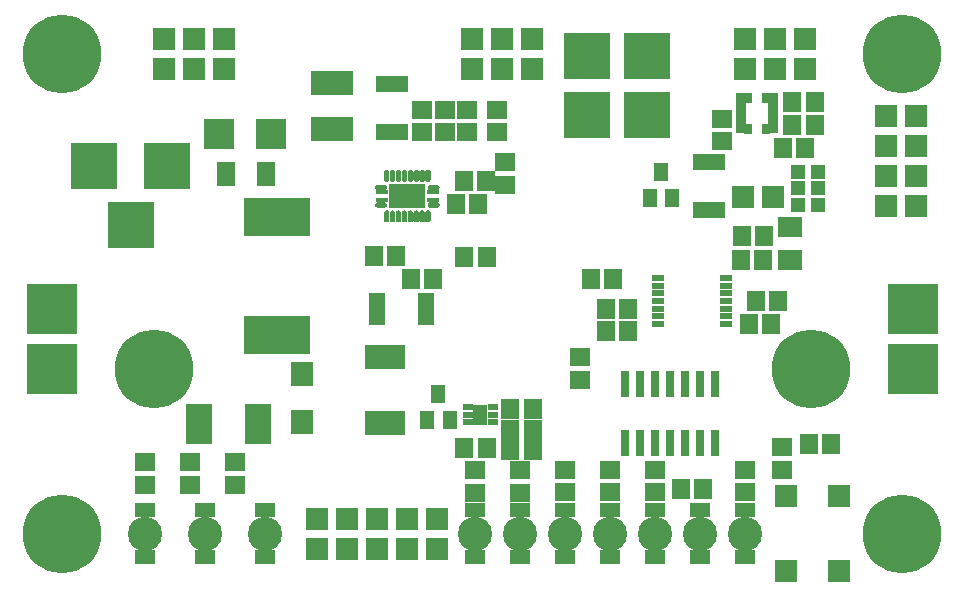
<source format=gbr>
G75*
G70*
%OFA0B0*%
%FSLAX24Y24*%
%IPPOS*%
%LPD*%
%AMOC8*
5,1,8,0,0,1.08239X$1,22.5*
%
%ADD10R,0.0384X0.0128*%
%ADD11R,0.1220X0.0827*%
%ADD12C,0.0055*%
%ADD13R,0.0079X0.0287*%
%ADD14R,0.0287X0.0079*%
%ADD15R,0.0730X0.0730*%
%ADD16R,0.2245X0.1261*%
%ADD17R,0.1655X0.1655*%
%ADD18C,0.2620*%
%ADD19R,0.1582X0.1582*%
%ADD20R,0.1080X0.0580*%
%ADD21R,0.0592X0.0671*%
%ADD22R,0.0671X0.0592*%
%ADD23R,0.1025X0.1025*%
%ADD24R,0.0671X0.0493*%
%ADD25C,0.1143*%
%ADD26R,0.0580X0.1080*%
%ADD27R,0.0434X0.0218*%
%ADD28R,0.0300X0.0860*%
%ADD29R,0.0740X0.0740*%
%ADD30R,0.0790X0.0710*%
%ADD31R,0.0474X0.0631*%
%ADD32R,0.0867X0.1332*%
%ADD33R,0.0356X0.0198*%
%ADD34R,0.0474X0.0710*%
%ADD35R,0.1419X0.0828*%
%ADD36R,0.1580X0.1580*%
%ADD37R,0.0631X0.0789*%
%ADD38R,0.0332X0.1379*%
%ADD39R,0.0281X0.0332*%
%ADD40R,0.0474X0.0513*%
%ADD41R,0.1340X0.0789*%
%ADD42R,0.0749X0.0789*%
D10*
X012804Y018045D03*
X012804Y018281D03*
X014516Y018281D03*
X014516Y018045D03*
D11*
X013660Y018163D03*
D12*
X013617Y018730D02*
X013617Y018954D01*
X013615Y018967D01*
X013611Y018980D01*
X013603Y018990D01*
X013593Y018999D01*
X013582Y019005D01*
X013569Y019009D01*
X013555Y019009D01*
X013542Y019005D01*
X013531Y018999D01*
X013521Y018990D01*
X013513Y018980D01*
X013509Y018967D01*
X013507Y018954D01*
X013506Y018954D02*
X013506Y018730D01*
X013507Y018730D02*
X013509Y018717D01*
X013513Y018704D01*
X013521Y018694D01*
X013531Y018685D01*
X013542Y018679D01*
X013555Y018675D01*
X013569Y018675D01*
X013582Y018679D01*
X013593Y018685D01*
X013603Y018694D01*
X013611Y018704D01*
X013615Y018717D01*
X013617Y018730D01*
X013703Y018730D02*
X013703Y018954D01*
X013705Y018967D01*
X013709Y018980D01*
X013717Y018990D01*
X013727Y018999D01*
X013738Y019005D01*
X013751Y019009D01*
X013765Y019009D01*
X013778Y019005D01*
X013789Y018999D01*
X013799Y018990D01*
X013807Y018980D01*
X013811Y018967D01*
X013813Y018954D01*
X013814Y018954D02*
X013814Y018730D01*
X013813Y018730D02*
X013811Y018717D01*
X013807Y018704D01*
X013799Y018694D01*
X013789Y018685D01*
X013778Y018679D01*
X013765Y018675D01*
X013751Y018675D01*
X013738Y018679D01*
X013727Y018685D01*
X013717Y018694D01*
X013709Y018704D01*
X013705Y018717D01*
X013703Y018730D01*
X013900Y018730D02*
X013900Y018954D01*
X013902Y018967D01*
X013906Y018980D01*
X013914Y018990D01*
X013924Y018999D01*
X013935Y019005D01*
X013948Y019009D01*
X013962Y019009D01*
X013975Y019005D01*
X013986Y018999D01*
X013996Y018990D01*
X014004Y018980D01*
X014008Y018967D01*
X014010Y018954D01*
X014010Y018730D01*
X014008Y018717D01*
X014004Y018704D01*
X013996Y018694D01*
X013986Y018685D01*
X013975Y018679D01*
X013962Y018675D01*
X013948Y018675D01*
X013935Y018679D01*
X013924Y018685D01*
X013914Y018694D01*
X013906Y018704D01*
X013902Y018717D01*
X013900Y018730D01*
X014097Y018730D02*
X014097Y018954D01*
X014099Y018967D01*
X014103Y018980D01*
X014111Y018990D01*
X014121Y018999D01*
X014132Y019005D01*
X014145Y019009D01*
X014159Y019009D01*
X014172Y019005D01*
X014183Y018999D01*
X014193Y018990D01*
X014201Y018980D01*
X014205Y018967D01*
X014207Y018954D01*
X014207Y018730D01*
X014205Y018717D01*
X014201Y018704D01*
X014193Y018694D01*
X014183Y018685D01*
X014172Y018679D01*
X014159Y018675D01*
X014145Y018675D01*
X014132Y018679D01*
X014121Y018685D01*
X014111Y018694D01*
X014103Y018704D01*
X014099Y018717D01*
X014097Y018730D01*
X014294Y018730D02*
X014294Y018954D01*
X014296Y018967D01*
X014300Y018980D01*
X014308Y018990D01*
X014318Y018999D01*
X014329Y019005D01*
X014342Y019009D01*
X014356Y019009D01*
X014369Y019005D01*
X014380Y018999D01*
X014390Y018990D01*
X014398Y018980D01*
X014402Y018967D01*
X014404Y018954D01*
X014404Y018730D01*
X014402Y018717D01*
X014398Y018704D01*
X014390Y018694D01*
X014380Y018685D01*
X014369Y018679D01*
X014356Y018675D01*
X014342Y018675D01*
X014329Y018679D01*
X014318Y018685D01*
X014308Y018694D01*
X014300Y018704D01*
X014296Y018717D01*
X014294Y018730D01*
X014424Y018513D02*
X014648Y018513D01*
X014661Y018511D01*
X014674Y018507D01*
X014684Y018499D01*
X014693Y018489D01*
X014699Y018478D01*
X014703Y018465D01*
X014703Y018451D01*
X014699Y018438D01*
X014693Y018427D01*
X014684Y018417D01*
X014674Y018409D01*
X014661Y018405D01*
X014648Y018403D01*
X014424Y018403D01*
X014411Y018405D01*
X014398Y018409D01*
X014388Y018417D01*
X014379Y018427D01*
X014373Y018438D01*
X014369Y018451D01*
X014369Y018465D01*
X014373Y018478D01*
X014379Y018489D01*
X014388Y018499D01*
X014398Y018507D01*
X014411Y018511D01*
X014424Y018513D01*
X014424Y017923D02*
X014648Y017923D01*
X014661Y017921D01*
X014674Y017917D01*
X014684Y017909D01*
X014693Y017899D01*
X014699Y017888D01*
X014703Y017875D01*
X014703Y017861D01*
X014699Y017848D01*
X014693Y017837D01*
X014684Y017827D01*
X014674Y017819D01*
X014661Y017815D01*
X014648Y017813D01*
X014424Y017813D01*
X014411Y017815D01*
X014398Y017819D01*
X014388Y017827D01*
X014379Y017837D01*
X014373Y017848D01*
X014369Y017861D01*
X014369Y017875D01*
X014373Y017888D01*
X014379Y017899D01*
X014388Y017909D01*
X014398Y017917D01*
X014411Y017921D01*
X014424Y017923D01*
X014404Y017596D02*
X014404Y017372D01*
X014402Y017359D01*
X014398Y017346D01*
X014390Y017336D01*
X014380Y017327D01*
X014369Y017321D01*
X014356Y017317D01*
X014342Y017317D01*
X014329Y017321D01*
X014318Y017327D01*
X014308Y017336D01*
X014300Y017346D01*
X014296Y017359D01*
X014294Y017372D01*
X014294Y017596D01*
X014296Y017609D01*
X014300Y017622D01*
X014308Y017632D01*
X014318Y017641D01*
X014329Y017647D01*
X014342Y017651D01*
X014356Y017651D01*
X014369Y017647D01*
X014380Y017641D01*
X014390Y017632D01*
X014398Y017622D01*
X014402Y017609D01*
X014404Y017596D01*
X014207Y017596D02*
X014207Y017372D01*
X014205Y017359D01*
X014201Y017346D01*
X014193Y017336D01*
X014183Y017327D01*
X014172Y017321D01*
X014159Y017317D01*
X014145Y017317D01*
X014132Y017321D01*
X014121Y017327D01*
X014111Y017336D01*
X014103Y017346D01*
X014099Y017359D01*
X014097Y017372D01*
X014097Y017596D01*
X014099Y017609D01*
X014103Y017622D01*
X014111Y017632D01*
X014121Y017641D01*
X014132Y017647D01*
X014145Y017651D01*
X014159Y017651D01*
X014172Y017647D01*
X014183Y017641D01*
X014193Y017632D01*
X014201Y017622D01*
X014205Y017609D01*
X014207Y017596D01*
X014010Y017596D02*
X014010Y017372D01*
X014008Y017359D01*
X014004Y017346D01*
X013996Y017336D01*
X013986Y017327D01*
X013975Y017321D01*
X013962Y017317D01*
X013948Y017317D01*
X013935Y017321D01*
X013924Y017327D01*
X013914Y017336D01*
X013906Y017346D01*
X013902Y017359D01*
X013900Y017372D01*
X013900Y017596D01*
X013902Y017609D01*
X013906Y017622D01*
X013914Y017632D01*
X013924Y017641D01*
X013935Y017647D01*
X013948Y017651D01*
X013962Y017651D01*
X013975Y017647D01*
X013986Y017641D01*
X013996Y017632D01*
X014004Y017622D01*
X014008Y017609D01*
X014010Y017596D01*
X013814Y017596D02*
X013814Y017372D01*
X013813Y017372D02*
X013811Y017359D01*
X013807Y017346D01*
X013799Y017336D01*
X013789Y017327D01*
X013778Y017321D01*
X013765Y017317D01*
X013751Y017317D01*
X013738Y017321D01*
X013727Y017327D01*
X013717Y017336D01*
X013709Y017346D01*
X013705Y017359D01*
X013703Y017372D01*
X013703Y017596D01*
X013705Y017609D01*
X013709Y017622D01*
X013717Y017632D01*
X013727Y017641D01*
X013738Y017647D01*
X013751Y017651D01*
X013765Y017651D01*
X013778Y017647D01*
X013789Y017641D01*
X013799Y017632D01*
X013807Y017622D01*
X013811Y017609D01*
X013813Y017596D01*
X013617Y017596D02*
X013617Y017372D01*
X013615Y017359D01*
X013611Y017346D01*
X013603Y017336D01*
X013593Y017327D01*
X013582Y017321D01*
X013569Y017317D01*
X013555Y017317D01*
X013542Y017321D01*
X013531Y017327D01*
X013521Y017336D01*
X013513Y017346D01*
X013509Y017359D01*
X013507Y017372D01*
X013506Y017372D02*
X013506Y017596D01*
X013507Y017596D02*
X013509Y017609D01*
X013513Y017622D01*
X013521Y017632D01*
X013531Y017641D01*
X013542Y017647D01*
X013555Y017651D01*
X013569Y017651D01*
X013582Y017647D01*
X013593Y017641D01*
X013603Y017632D01*
X013611Y017622D01*
X013615Y017609D01*
X013617Y017596D01*
X013420Y017596D02*
X013420Y017372D01*
X013418Y017359D01*
X013414Y017346D01*
X013406Y017336D01*
X013396Y017327D01*
X013385Y017321D01*
X013372Y017317D01*
X013358Y017317D01*
X013345Y017321D01*
X013334Y017327D01*
X013324Y017336D01*
X013316Y017346D01*
X013312Y017359D01*
X013310Y017372D01*
X013310Y017596D01*
X013312Y017609D01*
X013316Y017622D01*
X013324Y017632D01*
X013334Y017641D01*
X013345Y017647D01*
X013358Y017651D01*
X013372Y017651D01*
X013385Y017647D01*
X013396Y017641D01*
X013406Y017632D01*
X013414Y017622D01*
X013418Y017609D01*
X013420Y017596D01*
X013223Y017596D02*
X013223Y017372D01*
X013221Y017359D01*
X013217Y017346D01*
X013209Y017336D01*
X013199Y017327D01*
X013188Y017321D01*
X013175Y017317D01*
X013161Y017317D01*
X013148Y017321D01*
X013137Y017327D01*
X013127Y017336D01*
X013119Y017346D01*
X013115Y017359D01*
X013113Y017372D01*
X013113Y017596D01*
X013115Y017609D01*
X013119Y017622D01*
X013127Y017632D01*
X013137Y017641D01*
X013148Y017647D01*
X013161Y017651D01*
X013175Y017651D01*
X013188Y017647D01*
X013199Y017641D01*
X013209Y017632D01*
X013217Y017622D01*
X013221Y017609D01*
X013223Y017596D01*
X013026Y017596D02*
X013026Y017372D01*
X013024Y017359D01*
X013020Y017346D01*
X013012Y017336D01*
X013002Y017327D01*
X012991Y017321D01*
X012978Y017317D01*
X012964Y017317D01*
X012951Y017321D01*
X012940Y017327D01*
X012930Y017336D01*
X012922Y017346D01*
X012918Y017359D01*
X012916Y017372D01*
X012916Y017596D01*
X012918Y017609D01*
X012922Y017622D01*
X012930Y017632D01*
X012940Y017641D01*
X012951Y017647D01*
X012964Y017651D01*
X012978Y017651D01*
X012991Y017647D01*
X013002Y017641D01*
X013012Y017632D01*
X013020Y017622D01*
X013024Y017609D01*
X013026Y017596D01*
X012896Y017813D02*
X012672Y017813D01*
X012659Y017815D01*
X012646Y017819D01*
X012636Y017827D01*
X012627Y017837D01*
X012621Y017848D01*
X012617Y017861D01*
X012617Y017875D01*
X012621Y017888D01*
X012627Y017899D01*
X012636Y017909D01*
X012646Y017917D01*
X012659Y017921D01*
X012672Y017923D01*
X012896Y017923D01*
X012909Y017921D01*
X012922Y017917D01*
X012932Y017909D01*
X012941Y017899D01*
X012947Y017888D01*
X012951Y017875D01*
X012951Y017861D01*
X012947Y017848D01*
X012941Y017837D01*
X012932Y017827D01*
X012922Y017819D01*
X012909Y017815D01*
X012896Y017813D01*
X012896Y018403D02*
X012672Y018403D01*
X012659Y018405D01*
X012646Y018409D01*
X012636Y018417D01*
X012627Y018427D01*
X012621Y018438D01*
X012617Y018451D01*
X012617Y018465D01*
X012621Y018478D01*
X012627Y018489D01*
X012636Y018499D01*
X012646Y018507D01*
X012659Y018511D01*
X012672Y018513D01*
X012896Y018513D01*
X012909Y018511D01*
X012922Y018507D01*
X012932Y018499D01*
X012941Y018489D01*
X012947Y018478D01*
X012951Y018465D01*
X012951Y018451D01*
X012947Y018438D01*
X012941Y018427D01*
X012932Y018417D01*
X012922Y018409D01*
X012909Y018405D01*
X012896Y018403D01*
X012916Y018730D02*
X012916Y018954D01*
X012918Y018967D01*
X012922Y018980D01*
X012930Y018990D01*
X012940Y018999D01*
X012951Y019005D01*
X012964Y019009D01*
X012978Y019009D01*
X012991Y019005D01*
X013002Y018999D01*
X013012Y018990D01*
X013020Y018980D01*
X013024Y018967D01*
X013026Y018954D01*
X013026Y018730D01*
X013024Y018717D01*
X013020Y018704D01*
X013012Y018694D01*
X013002Y018685D01*
X012991Y018679D01*
X012978Y018675D01*
X012964Y018675D01*
X012951Y018679D01*
X012940Y018685D01*
X012930Y018694D01*
X012922Y018704D01*
X012918Y018717D01*
X012916Y018730D01*
X013113Y018730D02*
X013113Y018954D01*
X013115Y018967D01*
X013119Y018980D01*
X013127Y018990D01*
X013137Y018999D01*
X013148Y019005D01*
X013161Y019009D01*
X013175Y019009D01*
X013188Y019005D01*
X013199Y018999D01*
X013209Y018990D01*
X013217Y018980D01*
X013221Y018967D01*
X013223Y018954D01*
X013223Y018730D01*
X013221Y018717D01*
X013217Y018704D01*
X013209Y018694D01*
X013199Y018685D01*
X013188Y018679D01*
X013175Y018675D01*
X013161Y018675D01*
X013148Y018679D01*
X013137Y018685D01*
X013127Y018694D01*
X013119Y018704D01*
X013115Y018717D01*
X013113Y018730D01*
X013310Y018730D02*
X013310Y018954D01*
X013312Y018967D01*
X013316Y018980D01*
X013324Y018990D01*
X013334Y018999D01*
X013345Y019005D01*
X013358Y019009D01*
X013372Y019009D01*
X013385Y019005D01*
X013396Y018999D01*
X013406Y018990D01*
X013414Y018980D01*
X013418Y018967D01*
X013420Y018954D01*
X013420Y018730D01*
X013418Y018717D01*
X013414Y018704D01*
X013406Y018694D01*
X013396Y018685D01*
X013385Y018679D01*
X013372Y018675D01*
X013358Y018675D01*
X013345Y018679D01*
X013334Y018685D01*
X013324Y018694D01*
X013316Y018704D01*
X013312Y018717D01*
X013310Y018730D01*
D13*
X013365Y018842D03*
X013562Y018842D03*
X013758Y018842D03*
X013955Y018842D03*
X014152Y018842D03*
X014349Y018842D03*
X013168Y018842D03*
X012971Y018842D03*
X012971Y017484D03*
X013168Y017484D03*
X013365Y017484D03*
X013562Y017484D03*
X013758Y017484D03*
X013955Y017484D03*
X014152Y017484D03*
X014349Y017484D03*
D14*
X014536Y017868D03*
X014536Y018458D03*
X012784Y018458D03*
X012784Y017868D03*
D15*
X015833Y022413D03*
X016833Y022413D03*
X017833Y022413D03*
X017833Y023413D03*
X016833Y023413D03*
X015833Y023413D03*
X007535Y023413D03*
X006535Y023413D03*
X005535Y023413D03*
X005535Y022413D03*
X006535Y022413D03*
X007535Y022413D03*
X024928Y022413D03*
X025928Y022413D03*
X026928Y022413D03*
X026928Y023413D03*
X025928Y023413D03*
X024928Y023413D03*
X029609Y020822D03*
X030609Y020822D03*
X030609Y019822D03*
X029609Y019822D03*
X029609Y018822D03*
X030609Y018822D03*
X030609Y017822D03*
X029609Y017822D03*
X025837Y018122D03*
X024837Y018122D03*
X014660Y007413D03*
X013660Y007413D03*
X012660Y007413D03*
X011660Y007413D03*
X010660Y007413D03*
X010660Y006413D03*
X011660Y006413D03*
X012660Y006413D03*
X013660Y006413D03*
X014660Y006413D03*
D16*
X009308Y013529D03*
X009308Y017466D03*
D17*
X001810Y014413D03*
X001810Y012413D03*
X030510Y012413D03*
X030510Y014413D03*
D18*
X027107Y012413D03*
X030160Y006913D03*
X030160Y022913D03*
X005213Y012413D03*
X002160Y006913D03*
X002160Y022913D03*
D19*
X003219Y019163D03*
X004440Y017194D03*
X005660Y019163D03*
D20*
X013160Y020288D03*
X013160Y021913D03*
X023703Y019312D03*
X023703Y017687D03*
D21*
X024806Y016834D03*
X025554Y016834D03*
X025534Y016045D03*
X024786Y016045D03*
X025286Y014663D03*
X026034Y014663D03*
X025784Y013913D03*
X025036Y013913D03*
X021034Y013663D03*
X020286Y013663D03*
X020286Y014413D03*
X021034Y014413D03*
X020534Y015413D03*
X019786Y015413D03*
X016312Y016128D03*
X015564Y016128D03*
X014534Y015413D03*
X013786Y015413D03*
X013284Y016163D03*
X012536Y016163D03*
X015286Y017913D03*
X016034Y017913D03*
X016284Y018663D03*
X015536Y018663D03*
X017097Y011074D03*
X017099Y010378D03*
X017847Y010378D03*
X017845Y011074D03*
X016302Y009767D03*
X015554Y009767D03*
X017099Y009687D03*
X017847Y009687D03*
X022786Y008413D03*
X023534Y008413D03*
X027036Y009913D03*
X027784Y009913D03*
X026932Y019756D03*
X026184Y019756D03*
X026499Y020543D03*
X027247Y020543D03*
X027247Y021311D03*
X026499Y021311D03*
D22*
X024136Y020740D03*
X024136Y019992D03*
X016910Y019287D03*
X016910Y018539D03*
X016660Y020289D03*
X016660Y021037D03*
X015660Y021037D03*
X014910Y021037D03*
X014160Y021037D03*
X014160Y020289D03*
X014910Y020289D03*
X015660Y020289D03*
X019410Y012787D03*
X019410Y012039D03*
X018910Y009037D03*
X018910Y008289D03*
X017424Y008279D03*
X017424Y009027D03*
X015928Y009027D03*
X015928Y008279D03*
X020410Y008289D03*
X020410Y009037D03*
X021910Y009037D03*
X021910Y008289D03*
X024910Y008289D03*
X024910Y009037D03*
X026160Y009039D03*
X026160Y009787D03*
X007910Y009287D03*
X007910Y008539D03*
X006410Y008539D03*
X006410Y009287D03*
X004910Y009287D03*
X004910Y008539D03*
D23*
X007396Y020240D03*
X009129Y020240D03*
D24*
X004910Y006126D03*
X006910Y006126D03*
X006910Y007700D03*
X004910Y007700D03*
X008910Y007700D03*
X008910Y006126D03*
X015910Y006126D03*
X017410Y006126D03*
X018910Y006126D03*
X020410Y006126D03*
X021910Y006126D03*
X023410Y006126D03*
X024910Y006126D03*
X024910Y007700D03*
X023410Y007700D03*
X021910Y007700D03*
X020410Y007700D03*
X018910Y007700D03*
X017410Y007700D03*
X015910Y007700D03*
D25*
X015910Y006913D03*
X017410Y006913D03*
X018910Y006913D03*
X020410Y006913D03*
X021910Y006913D03*
X023410Y006913D03*
X024910Y006913D03*
X008910Y006913D03*
X006910Y006913D03*
X004910Y006913D03*
D26*
X012660Y014413D03*
X014285Y014413D03*
D27*
X022028Y014407D03*
X022028Y014151D03*
X022028Y013895D03*
X022028Y014663D03*
X022028Y014919D03*
X022028Y015175D03*
X022028Y015431D03*
X024292Y015431D03*
X024292Y015175D03*
X024292Y014919D03*
X024292Y014663D03*
X024292Y014407D03*
X024292Y014151D03*
X024292Y013895D03*
D28*
X023910Y011883D03*
X023410Y011883D03*
X022910Y011883D03*
X022410Y011883D03*
X021910Y011883D03*
X021410Y011883D03*
X020910Y011883D03*
X020910Y009943D03*
X021410Y009943D03*
X021910Y009943D03*
X022410Y009943D03*
X022910Y009943D03*
X023410Y009943D03*
X023910Y009943D03*
D29*
X026274Y008153D03*
X028046Y008153D03*
X028046Y005673D03*
X026274Y005673D03*
D30*
X026410Y016024D03*
X026410Y017144D03*
D31*
X022483Y018102D03*
X021735Y018102D03*
X022109Y018968D03*
X014695Y011557D03*
X014321Y010691D03*
X015069Y010691D03*
D32*
X008680Y010567D03*
X006711Y010567D03*
D33*
X015676Y010622D03*
X015676Y010878D03*
X015676Y011133D03*
X016503Y011133D03*
X016503Y010878D03*
X016503Y010622D03*
D34*
X016089Y010878D03*
D35*
X011160Y020395D03*
X011160Y021931D03*
D36*
X019660Y022834D03*
X021660Y022834D03*
X021660Y020866D03*
X019660Y020866D03*
D37*
X008940Y018897D03*
X007601Y018897D03*
D38*
X024794Y020917D03*
X025841Y020917D03*
D39*
X025619Y021441D03*
X025016Y021441D03*
X025016Y020393D03*
X025619Y020393D03*
D40*
X026676Y018968D03*
X026676Y018417D03*
X027345Y018417D03*
X027345Y018968D03*
X027345Y017866D03*
X026676Y017866D03*
D41*
X012916Y012807D03*
X012916Y010602D03*
D42*
X010160Y010622D03*
X010160Y012236D03*
M02*

</source>
